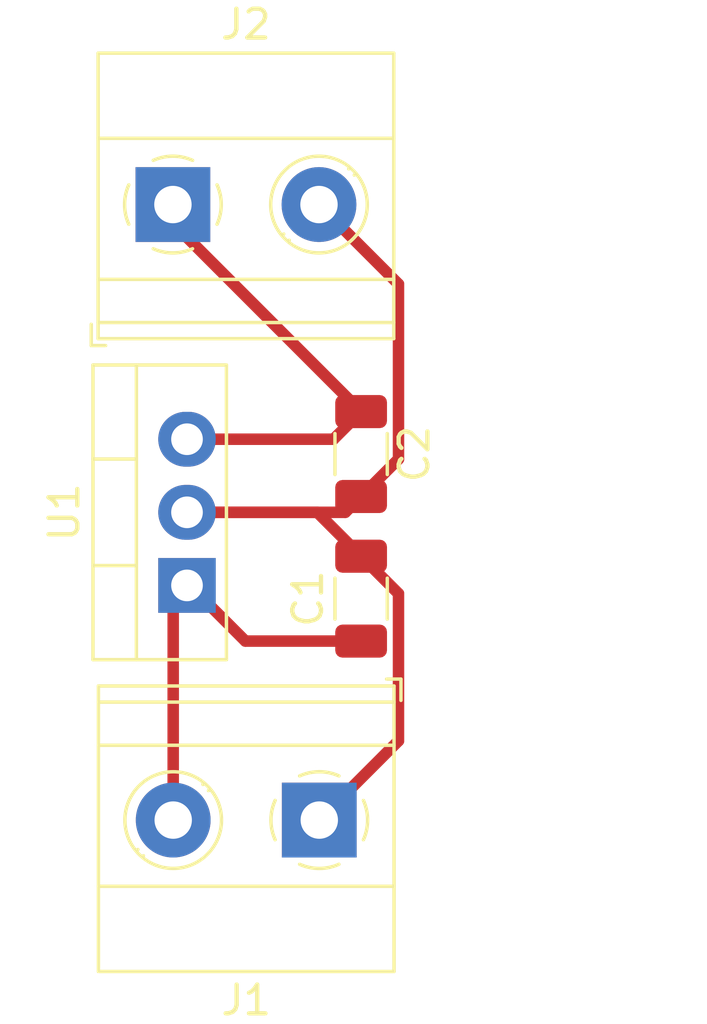
<source format=kicad_pcb>
(kicad_pcb (version 20240108) (generator "pcbnew") (generator_version "8.0")
  (layers (0 "F.Cu" signal) (31 "B.Cu" signal) (34 "B.Paste" user) (35 "F.Paste" user) (36 "B.SilkS" user "B.Silkscreen") (37 "F.SilkS" user "F.Silkscreen") (38 "B.Mask" user) (39 "F.Mask" user) (44 "Edge.Cuts" user))
  (net 0 "")
  (net 1 "GND")
  (net 2 "+7.5V")
  (net 3 "+5V")
  (footprint "TerminalBlock_Phoenix:TerminalBlock_Phoenix_MKDS-1,5-2-5.08_1x02_P5.08mm_Horizontal" (layer "F.Cu") (at 147.955 81.805)
    (property "Reference" "J2" (at 2.54 -6.26 360) (layer "F.SilkS"))
    (property "Value" "Screw_Terminal_01x02")
    (fp_line (start -2.84 4.16) (end -2.84 4.9) (stroke (width 0.12)) (layer "F.SilkS"))
    (fp_line (start -2.84 4.9) (end -2.34 4.9) (stroke (width 0.12)) (layer "F.SilkS"))
    (fp_line (start -2.6 -5.261) (end -2.6 4.66) (stroke (width 0.12)) (layer "F.SilkS"))
    (fp_line (start -2.6 -5.261) (end 7.68 -5.261) (stroke (width 0.12)) (layer "F.SilkS"))
    (fp_line (start -2.6 -2.301) (end 7.68 -2.301) (stroke (width 0.12)) (layer "F.SilkS"))
    (fp_line (start -2.6 2.6) (end 7.68 2.6) (stroke (width 0.12)) (layer "F.SilkS"))
    (fp_line (start -2.6 4.1) (end 7.68 4.1) (stroke (width 0.12)) (layer "F.SilkS"))
    (fp_line (start -2.6 4.66) (end 7.68 4.66) (stroke (width 0.12)) (layer "F.SilkS"))
    (fp_line (start 3.853 1.023) (end 3.806 1.069) (stroke (width 0.12)) (layer "F.SilkS"))
    (fp_line (start 4.046 1.239) (end 4.011 1.274) (stroke (width 0.12)) (layer "F.SilkS"))
    (fp_line (start 6.15 -1.275) (end 6.115 -1.239) (stroke (width 0.12)) (layer "F.SilkS"))
    (fp_line (start 6.355 -1.069) (end 6.308 -1.023) (stroke (width 0.12)) (layer "F.SilkS"))
    (fp_line (start 7.68 -5.261) (end 7.68 4.66) (stroke (width 0.12)) (layer "F.SilkS"))
    (fp_arc (start -1.535427 0.683042) (mid -1.680501 -0.000524) (end -1.535 -0.684) (stroke (width 0.12)) (layer "F.SilkS"))
    (fp_arc (start -0.683042 -1.535427) (mid 0.000524 -1.680501) (end 0.684 -1.535) (stroke (width 0.12)) (layer "F.SilkS"))
    (fp_arc (start 0.028805 1.680253) (mid -0.335551 1.646659) (end -0.684 1.535) (stroke (width 0.12)) (layer "F.SilkS"))
    (fp_arc (start 0.683318 1.534756) (mid 0.349292 1.643288) (end 0 1.68) (stroke (width 0.12)) (layer "F.SilkS"))
    (fp_arc (start 1.535427 -0.683042) (mid 1.680501 0.000524) (end 1.535 0.684) (stroke (width 0.12)) (layer "F.SilkS"))
    (fp_circle (center 5.08 0) (end 6.76 0) (stroke (width 0.12)) (fill none) (layer "F.SilkS"))
    (pad "1" thru_hole rect (at 0 0) (size 2.6 2.6) (drill 1.3) (layers "*.Cu" "*.Mask") (net 3 "+5V"))
    (pad "2" thru_hole circle (at 5.08 0) (size 2.6 2.6) (drill 1.3) (layers "*.Cu" "*.Mask") (net 1 "GND"))
  )
  (footprint "Capacitor_SMD:C_1206_3216Metric" (layer "F.Cu") (at 154.5 95.5 90)
    (property "Reference" "C1" (at 0 -1.85 90) (layer "F.SilkS"))
    (property "Value" "0.2uF")
    (fp_line (start -0.711252 -0.91) (end 0.711252 -0.91) (stroke (width 0.12)) (layer "F.SilkS"))
    (fp_line (start -0.711252 0.91) (end 0.711252 0.91) (stroke (width 0.12)) (layer "F.SilkS"))
    (pad "1" smd roundrect (at -1.475 0 90) (size 1.15 1.8) (layers "F.Cu" "F.Paste" "F.Mask") (roundrect_rratio 0.217391) (net 2 "+7.5V"))
    (pad "2" smd roundrect (at 1.475 0 90) (size 1.15 1.8) (layers "F.Cu" "F.Paste" "F.Mask") (roundrect_rratio 0.217391) (net 1 "GND"))
  )
  (footprint "Package_TO_SOT_THT:TO-220-3_Vertical" (layer "F.Cu") (at 148.445 95.04 90)
    (property "Reference" "U1" (at 2.54 -4.27 90) (layer "F.SilkS"))
    (property "Value" "LM7805_TO220")
    (fp_line (start 7.66 -3.27) (end 7.66 1.371) (stroke (width 0.12)) (layer "F.SilkS"))
    (fp_line (start 4.391 -3.27) (end 4.391 -1.76) (stroke (width 0.12)) (layer "F.SilkS"))
    (fp_line (start 0.69 -3.27) (end 0.69 -1.76) (stroke (width 0.12)) (layer "F.SilkS"))
    (fp_line (start -2.58 -3.27) (end 7.66 -3.27) (stroke (width 0.12)) (layer "F.SilkS"))
    (fp_line (start -2.58 -3.27) (end -2.58 1.371) (stroke (width 0.12)) (layer "F.SilkS"))
    (fp_line (start -2.58 -1.76) (end 7.66 -1.76) (stroke (width 0.12)) (layer "F.SilkS"))
    (fp_line (start -2.58 1.371) (end 7.66 1.371) (stroke (width 0.12)) (layer "F.SilkS"))
    (pad "1" thru_hole rect (at 0 0 90) (size 1.905 2) (drill 1.1) (layers "*.Cu" "*.Mask") (net 2 "+7.5V"))
    (pad "2" thru_hole oval (at 2.54 0 90) (size 1.905 2) (drill 1.1) (layers "*.Cu" "*.Mask") (net 1 "GND"))
    (pad "3" thru_hole oval (at 5.08 0 90) (size 1.905 2) (drill 1.1) (layers "*.Cu" "*.Mask") (net 3 "+5V"))
  )
  (footprint "Capacitor_SMD:C_1206_3216Metric" (layer "F.Cu") (at 154.5 90.475 -90)
    (property "Reference" "C2" (at 0 -1.85 90) (layer "F.SilkS"))
    (property "Value" "0.1uF")
    (fp_line (start -0.711252 0.91) (end 0.711252 0.91) (stroke (width 0.12)) (layer "F.SilkS"))
    (fp_line (start -0.711252 -0.91) (end 0.711252 -0.91) (stroke (width 0.12)) (layer "F.SilkS"))
    (pad "1" smd roundrect (at -1.475 0 270) (size 1.15 1.8) (layers "F.Cu" "F.Paste" "F.Mask") (roundrect_rratio 0.217391) (net 3 "+5V"))
    (pad "2" smd roundrect (at 1.475 0 270) (size 1.15 1.8) (layers "F.Cu" "F.Paste" "F.Mask") (roundrect_rratio 0.217391) (net 1 "GND"))
  )
  (footprint "TerminalBlock_Phoenix:TerminalBlock_Phoenix_MKDS-1,5-2-5.08_1x02_P5.08mm_Horizontal" (layer "F.Cu") (at 153.045 103.195 180)
    (property "Reference" "J1" (at 2.54 -6.26 360) (layer "F.SilkS"))
    (property "Value" "Screw_Terminal_01x02")
    (fp_line (start 7.68 -5.261) (end 7.68 4.66) (stroke (width 0.12)) (layer "F.SilkS"))
    (fp_line (start 6.355 -1.069) (end 6.308 -1.023) (stroke (width 0.12)) (layer "F.SilkS"))
    (fp_line (start 6.15 -1.275) (end 6.115 -1.239) (stroke (width 0.12)) (layer "F.SilkS"))
    (fp_line (start 4.046 1.239) (end 4.011 1.274) (stroke (width 0.12)) (layer "F.SilkS"))
    (fp_line (start 3.853 1.023) (end 3.806 1.069) (stroke (width 0.12)) (layer "F.SilkS"))
    (fp_line (start -2.6 4.66) (end 7.68 4.66) (stroke (width 0.12)) (layer "F.SilkS"))
    (fp_line (start -2.6 4.1) (end 7.68 4.1) (stroke (width 0.12)) (layer "F.SilkS"))
    (fp_line (start -2.6 2.6) (end 7.68 2.6) (stroke (width 0.12)) (layer "F.SilkS"))
    (fp_line (start -2.6 -2.301) (end 7.68 -2.301) (stroke (width 0.12)) (layer "F.SilkS"))
    (fp_line (start -2.6 -5.261) (end 7.68 -5.261) (stroke (width 0.12)) (layer "F.SilkS"))
    (fp_line (start -2.6 -5.261) (end -2.6 4.66) (stroke (width 0.12)) (layer "F.SilkS"))
    (fp_line (start -2.84 4.9) (end -2.34 4.9) (stroke (width 0.12)) (layer "F.SilkS"))
    (fp_line (start -2.84 4.16) (end -2.84 4.9) (stroke (width 0.12)) (layer "F.SilkS"))
    (fp_arc (start 1.535427 -0.683042) (mid 1.680501 0.000524) (end 1.535 0.684) (stroke (width 0.12)) (layer "F.SilkS"))
    (fp_arc (start 0.683318 1.534756) (mid 0.349292 1.643288) (end 0 1.68) (stroke (width 0.12)) (layer "F.SilkS"))
    (fp_arc (start 0.028805 1.680253) (mid -0.335551 1.646659) (end -0.684 1.535) (stroke (width 0.12)) (layer "F.SilkS"))
    (fp_arc (start -0.683042 -1.535427) (mid 0.000524 -1.680501) (end 0.684 -1.535) (stroke (width 0.12)) (layer "F.SilkS"))
    (fp_arc (start -1.535427 0.683042) (mid -1.680501 -0.000524) (end -1.535 -0.684) (stroke (width 0.12)) (layer "F.SilkS"))
    (fp_circle (center 5.08 0) (end 6.76 0) (stroke (width 0.12)) (fill none) (layer "F.SilkS"))
    (pad "1" thru_hole rect (at 0 0 180) (size 2.6 2.6) (drill 1.3) (layers "*.Cu" "*.Mask") (net 1 "GND"))
    (pad "2" thru_hole circle (at 5.08 0 180) (size 2.6 2.6) (drill 1.3) (layers "*.Cu" "*.Mask") (net 2 "+7.5V"))
  )
  (segment (start 152.975 92.5) (end 154.5 94.025) (width 0.4) (layer "F.Cu") (net 1))
  (segment (start 155.8 95.325) (end 154.5 94.025) (width 0.4) (layer "F.Cu") (net 1))
  (segment (start 153.95 92.5) (end 154.5 91.95) (width 0.4) (layer "F.Cu") (net 1))
  (segment (start 148.445 92.5) (end 153.95 92.5) (width 0.4) (layer "F.Cu") (net 1))
  (segment (start 155.8 84.57) (end 153.035 81.805) (width 0.4) (layer "F.Cu") (net 1))
  (segment (start 155.8 90.65) (end 155.8 84.57) (width 0.4) (layer "F.Cu") (net 1))
  (segment (start 148.445 92.5) (end 152.975 92.5) (width 0.4) (layer "F.Cu") (net 1))
  (segment (start 155.8 100.44) (end 155.8 95.325) (width 0.4) (layer "F.Cu") (net 1))
  (segment (start 153.045 103.195) (end 155.8 100.44) (width 0.4) (layer "F.Cu") (net 1))
  (segment (start 154.5 91.95) (end 155.8 90.65) (width 0.4) (layer "F.Cu") (net 1))
  (segment (start 148.54 95.04) (end 150.475 96.975) (width 0.4) (layer "F.Cu") (net 2))
  (segment (start 148.445 95.04) (end 148.54 95.04) (width 0.4) (layer "F.Cu") (net 2))
  (segment (start 147.965 103.195) (end 147.965 95.52) (width 0.4) (layer "F.Cu") (net 2))
  (segment (start 147.965 95.52) (end 148.445 95.04) (width 0.4) (layer "F.Cu") (net 2))
  (segment (start 150.475 96.975) (end 154.5 96.975) (width 0.4) (layer "F.Cu") (net 2))
  (segment (start 153.54 89.96) (end 154.5 89) (width 0.4) (layer "F.Cu") (net 3))
  (segment (start 148.445 89.96) (end 153.54 89.96) (width 0.4) (layer "F.Cu") (net 3))
  (segment (start 154.5 89) (end 147.955 82.455) (width 0.4) (layer "F.Cu") (net 3))
  (segment (start 147.955 82.455) (end 147.955 81.805) (width 0.4) (layer "F.Cu") (net 3))
)
</source>
